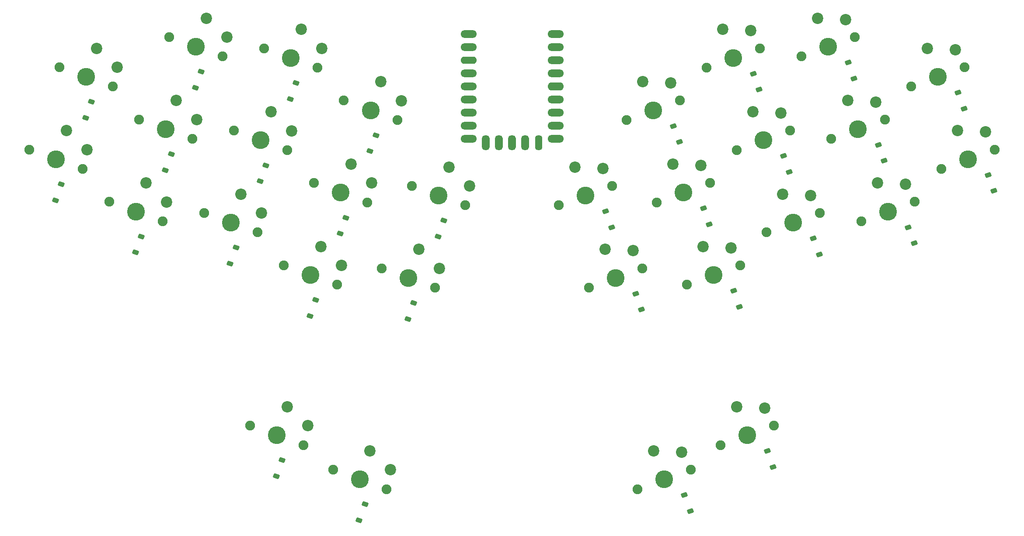
<source format=gbr>
%TF.GenerationSoftware,KiCad,Pcbnew,7.0.1*%
%TF.CreationDate,2024-06-17T16:10:21-04:00*%
%TF.ProjectId,goober-wi,676f6f62-6572-42d7-9769-2e6b69636164,rev?*%
%TF.SameCoordinates,Original*%
%TF.FileFunction,Soldermask,Bot*%
%TF.FilePolarity,Negative*%
%FSLAX46Y46*%
G04 Gerber Fmt 4.6, Leading zero omitted, Abs format (unit mm)*
G04 Created by KiCad (PCBNEW 7.0.1) date 2024-06-17 16:10:21*
%MOMM*%
%LPD*%
G01*
G04 APERTURE LIST*
G04 Aperture macros list*
%AMRoundRect*
0 Rectangle with rounded corners*
0 $1 Rounding radius*
0 $2 $3 $4 $5 $6 $7 $8 $9 X,Y pos of 4 corners*
0 Add a 4 corners polygon primitive as box body*
4,1,4,$2,$3,$4,$5,$6,$7,$8,$9,$2,$3,0*
0 Add four circle primitives for the rounded corners*
1,1,$1+$1,$2,$3*
1,1,$1+$1,$4,$5*
1,1,$1+$1,$6,$7*
1,1,$1+$1,$8,$9*
0 Add four rect primitives between the rounded corners*
20,1,$1+$1,$2,$3,$4,$5,0*
20,1,$1+$1,$4,$5,$6,$7,0*
20,1,$1+$1,$6,$7,$8,$9,0*
20,1,$1+$1,$8,$9,$2,$3,0*%
G04 Aperture macros list end*
%ADD10C,1.900000*%
%ADD11C,3.450000*%
%ADD12C,2.200000*%
%ADD13RoundRect,0.225000X0.275430X-0.339688X0.429339X0.083173X-0.275430X0.339688X-0.429339X-0.083173X0*%
%ADD14RoundRect,0.225000X0.429339X-0.083173X0.275430X0.339688X-0.429339X0.083173X-0.275430X-0.339688X0*%
%ADD15O,3.130000X1.500000*%
%ADD16O,3.130000X1.430000*%
%ADD17O,1.500000X2.990000*%
%ADD18O,1.430000X2.990000*%
%ADD19O,3.130000X1.550000*%
G04 APERTURE END LIST*
D10*
%TO.C,SW30*%
X184091746Y-133792201D03*
D11*
X189260055Y-131911090D03*
D10*
X194428364Y-130029979D03*
D12*
X187242136Y-126366904D03*
X192658842Y-126630157D03*
%TD*%
D10*
%TO.C,SW3*%
X95718277Y-56837951D03*
D11*
X100886586Y-58719062D03*
D10*
X106054895Y-60600173D03*
D12*
X102904505Y-53174876D03*
X106884726Y-56858331D03*
%TD*%
D10*
%TO.C,SW10*%
X221039303Y-64262222D03*
D11*
X226207612Y-62381111D03*
D10*
X231375921Y-60500000D03*
D12*
X224189693Y-56836925D03*
X229606399Y-57100178D03*
%TD*%
D10*
%TO.C,SW5*%
X124314303Y-83527973D03*
D11*
X129482612Y-85409084D03*
D10*
X134650921Y-87290195D03*
D12*
X131500531Y-79864898D03*
X135480752Y-83548353D03*
%TD*%
D10*
%TO.C,SW28*%
X109064873Y-138582558D03*
D11*
X114233182Y-140463669D03*
D10*
X119401491Y-142344780D03*
D12*
X116251101Y-134919483D03*
X120231322Y-138602938D03*
%TD*%
D10*
%TO.C,SW22*%
X84089592Y-88787500D03*
D11*
X89257901Y-90668611D03*
D10*
X94426210Y-92549722D03*
D12*
X91275820Y-85124425D03*
X95256041Y-88807880D03*
%TD*%
D10*
%TO.C,SW14*%
X105364816Y-82962781D03*
D11*
X110533125Y-84843892D03*
D10*
X115701434Y-86725003D03*
D12*
X112551044Y-79299706D03*
X116531265Y-82983161D03*
%TD*%
D10*
%TO.C,SW1*%
X56075000Y-60500000D03*
D11*
X61243309Y-62381111D03*
D10*
X66411618Y-64262222D03*
D12*
X63261228Y-56836925D03*
X67241449Y-60520380D03*
%TD*%
D10*
%TO.C,SW19*%
X205578421Y-74412278D03*
D11*
X210746730Y-72531167D03*
D10*
X215915039Y-70650056D03*
D12*
X208728811Y-66986981D03*
X214145517Y-67250234D03*
%TD*%
D10*
%TO.C,SW6*%
X152800000Y-87290195D03*
D11*
X157968309Y-85409084D03*
D10*
X163136618Y-83527973D03*
D12*
X155950390Y-79864898D03*
X161367096Y-80128151D03*
%TD*%
D10*
%TO.C,SW4*%
X111179159Y-66988007D03*
D11*
X116347468Y-68869118D03*
D10*
X121515777Y-70750229D03*
D12*
X118365387Y-63324932D03*
X122345608Y-67008387D03*
%TD*%
D10*
%TO.C,SW15*%
X118499961Y-99502747D03*
D11*
X123668270Y-101383858D03*
D10*
X128836579Y-103264969D03*
D12*
X125686189Y-95839672D03*
X129666410Y-99523127D03*
%TD*%
D10*
%TO.C,SW11*%
X50260658Y-76474775D03*
D11*
X55428967Y-78355886D03*
D10*
X60597276Y-80236997D03*
D12*
X57446886Y-72811700D03*
X61427107Y-76495155D03*
%TD*%
D10*
%TO.C,SW26*%
X211392764Y-90387053D03*
D11*
X216561073Y-88505942D03*
D10*
X221729382Y-86624831D03*
D12*
X214543154Y-82961756D03*
X219959860Y-83225009D03*
%TD*%
D10*
%TO.C,SW9*%
X199764079Y-58437504D03*
D11*
X204932388Y-56556393D03*
D10*
X210100697Y-54675282D03*
D12*
X202914469Y-51012207D03*
X208331175Y-51275460D03*
%TD*%
D10*
%TO.C,SW25*%
X193024711Y-92549722D03*
D11*
X198193020Y-90668611D03*
D10*
X203361329Y-88787500D03*
D12*
X196175101Y-85124425D03*
X201591807Y-85387678D03*
%TD*%
D10*
%TO.C,SW8*%
X181396026Y-60600173D03*
D11*
X186564335Y-58719062D03*
D10*
X191732644Y-56837951D03*
D12*
X184546416Y-53174876D03*
X189963122Y-53438129D03*
%TD*%
D10*
%TO.C,SW24*%
X177563829Y-102699778D03*
D11*
X182732138Y-100818667D03*
D10*
X187900447Y-98937556D03*
D12*
X180714219Y-95274481D03*
X186130925Y-95537734D03*
%TD*%
D10*
%TO.C,SW17*%
X171749487Y-86725003D03*
D11*
X176917796Y-84843892D03*
D10*
X182086105Y-82962781D03*
D12*
X174899877Y-79299706D03*
X180316583Y-79562959D03*
%TD*%
D10*
%TO.C,SW27*%
X93022557Y-130029979D03*
D11*
X98190866Y-131911090D03*
D10*
X103359175Y-133792201D03*
D12*
X100208785Y-126366904D03*
X104189006Y-130050359D03*
%TD*%
D10*
%TO.C,SW29*%
X168049430Y-142344780D03*
D11*
X173217739Y-140463669D03*
D10*
X178386048Y-138582558D03*
D12*
X171199820Y-134919483D03*
X176616526Y-135182736D03*
%TD*%
D10*
%TO.C,SW23*%
X99550474Y-98937556D03*
D11*
X104718783Y-100818667D03*
D10*
X109887092Y-102699778D03*
D12*
X106736702Y-95274481D03*
X110716923Y-98957936D03*
%TD*%
D10*
%TO.C,SW13*%
X89903935Y-72812725D03*
D11*
X95072244Y-74693836D03*
D10*
X100240553Y-76574947D03*
D12*
X97090163Y-69149650D03*
X101070384Y-72833105D03*
%TD*%
D10*
%TO.C,SW18*%
X187210368Y-76574947D03*
D11*
X192378677Y-74693836D03*
D10*
X197546986Y-72812725D03*
D12*
X190360758Y-69149650D03*
X195777464Y-69412903D03*
%TD*%
D10*
%TO.C,SW21*%
X65721539Y-86624831D03*
D11*
X70889848Y-88505942D03*
D10*
X76058157Y-90387053D03*
D12*
X72907767Y-82961756D03*
X76887988Y-86645211D03*
%TD*%
D10*
%TO.C,SW7*%
X165935144Y-70750229D03*
D11*
X171103453Y-68869118D03*
D10*
X176271762Y-66988007D03*
D12*
X169085534Y-63324932D03*
X174502240Y-63588185D03*
%TD*%
D10*
%TO.C,SW20*%
X226853645Y-80236997D03*
D11*
X232021954Y-78355886D03*
D10*
X237190263Y-76474775D03*
D12*
X230004035Y-72811700D03*
X235420741Y-73074953D03*
%TD*%
D10*
%TO.C,SW2*%
X77350224Y-54675282D03*
D11*
X82518533Y-56556393D03*
D10*
X87686842Y-58437504D03*
D12*
X84536452Y-51012207D03*
X88516673Y-54695662D03*
%TD*%
D10*
%TO.C,SW16*%
X158614342Y-103264969D03*
D11*
X163782651Y-101383858D03*
D10*
X168950960Y-99502747D03*
D12*
X161764732Y-95839672D03*
X167181438Y-96102925D03*
%TD*%
D10*
%TO.C,SW12*%
X71535882Y-70650056D03*
D11*
X76704191Y-72531167D03*
D10*
X81872500Y-74412278D03*
D12*
X78722110Y-66986981D03*
X82702331Y-70670436D03*
%TD*%
D13*
%TO.C,D1*%
X61150406Y-70320117D03*
X62279072Y-67219131D03*
%TD*%
%TO.C,D25*%
X114140279Y-148402675D03*
X115268945Y-145301689D03*
%TD*%
D14*
%TO.C,D28*%
X203224946Y-96809959D03*
X202096280Y-93708973D03*
%TD*%
%TO.C,D26*%
X178249665Y-146605017D03*
X177120999Y-143504031D03*
%TD*%
%TO.C,D17*%
X181949722Y-90985240D03*
X180821056Y-87884254D03*
%TD*%
%TO.C,D9*%
X209964314Y-62697741D03*
X208835648Y-59596755D03*
%TD*%
D13*
%TO.C,D12*%
X76611288Y-80470173D03*
X77739954Y-77369187D03*
%TD*%
D14*
%TO.C,D18*%
X197410603Y-80835184D03*
X196281937Y-77734198D03*
%TD*%
D13*
%TO.C,D15*%
X123575367Y-109322864D03*
X124704033Y-106221878D03*
%TD*%
%TO.C,D14*%
X110440222Y-92782898D03*
X111568888Y-89681912D03*
%TD*%
%TO.C,D3*%
X100793683Y-66658068D03*
X101922349Y-63557082D03*
%TD*%
D15*
%TO.C,U1*%
X135329000Y-54102000D03*
X135329000Y-56642000D03*
D16*
X135329000Y-59147000D03*
D15*
X135329000Y-61722000D03*
X135329000Y-64262000D03*
X135329000Y-66802000D03*
X135329000Y-69342000D03*
X135329000Y-71882000D03*
X135329000Y-74422000D03*
D17*
X138684000Y-75167000D03*
X141224000Y-75167000D03*
X143764000Y-75167000D03*
X146304000Y-75167000D03*
D18*
X148879000Y-75167000D03*
D15*
X152199000Y-74422000D03*
X152199000Y-71882000D03*
X152199000Y-69342000D03*
X152199000Y-66802000D03*
D19*
X152199000Y-64237000D03*
D15*
X152199000Y-61722000D03*
X152199000Y-59182000D03*
X152199000Y-56642000D03*
X152199000Y-54102000D03*
%TD*%
D13*
%TO.C,D11*%
X55336064Y-86294892D03*
X56464730Y-83193906D03*
%TD*%
D14*
%TO.C,D29*%
X221592999Y-94647290D03*
X220464333Y-91546304D03*
%TD*%
D13*
%TO.C,D22*%
X70796945Y-96444948D03*
X71925611Y-93343962D03*
%TD*%
D14*
%TO.C,D10*%
X231239538Y-68522459D03*
X230110872Y-65421473D03*
%TD*%
D13*
%TO.C,D5*%
X129389709Y-93348090D03*
X130518375Y-90247104D03*
%TD*%
D14*
%TO.C,D16*%
X168814577Y-107525206D03*
X167685911Y-104424220D03*
%TD*%
%TO.C,D19*%
X215778656Y-78672515D03*
X214649990Y-75571529D03*
%TD*%
D13*
%TO.C,D24*%
X104625880Y-108757673D03*
X105754546Y-105656687D03*
%TD*%
%TO.C,D21*%
X98097963Y-139850096D03*
X99226629Y-136749110D03*
%TD*%
D14*
%TO.C,D8*%
X191596261Y-64860410D03*
X190467595Y-61759424D03*
%TD*%
D13*
%TO.C,D13*%
X94979341Y-82632842D03*
X96108007Y-79531856D03*
%TD*%
D14*
%TO.C,D30*%
X194291981Y-138052438D03*
X193163315Y-134951452D03*
%TD*%
%TO.C,D6*%
X163000235Y-91550432D03*
X161871569Y-88449446D03*
%TD*%
D13*
%TO.C,D23*%
X89164998Y-98607617D03*
X90293664Y-95506631D03*
%TD*%
%TO.C,D2*%
X82425630Y-64495399D03*
X83554296Y-61394413D03*
%TD*%
D14*
%TO.C,D27*%
X187764064Y-106960015D03*
X186635398Y-103859029D03*
%TD*%
%TO.C,D20*%
X237053880Y-84497234D03*
X235925214Y-81396248D03*
%TD*%
%TO.C,D7*%
X176135379Y-75010466D03*
X175006713Y-71909480D03*
%TD*%
D13*
%TO.C,D4*%
X116254565Y-76808124D03*
X117383231Y-73707138D03*
%TD*%
M02*

</source>
